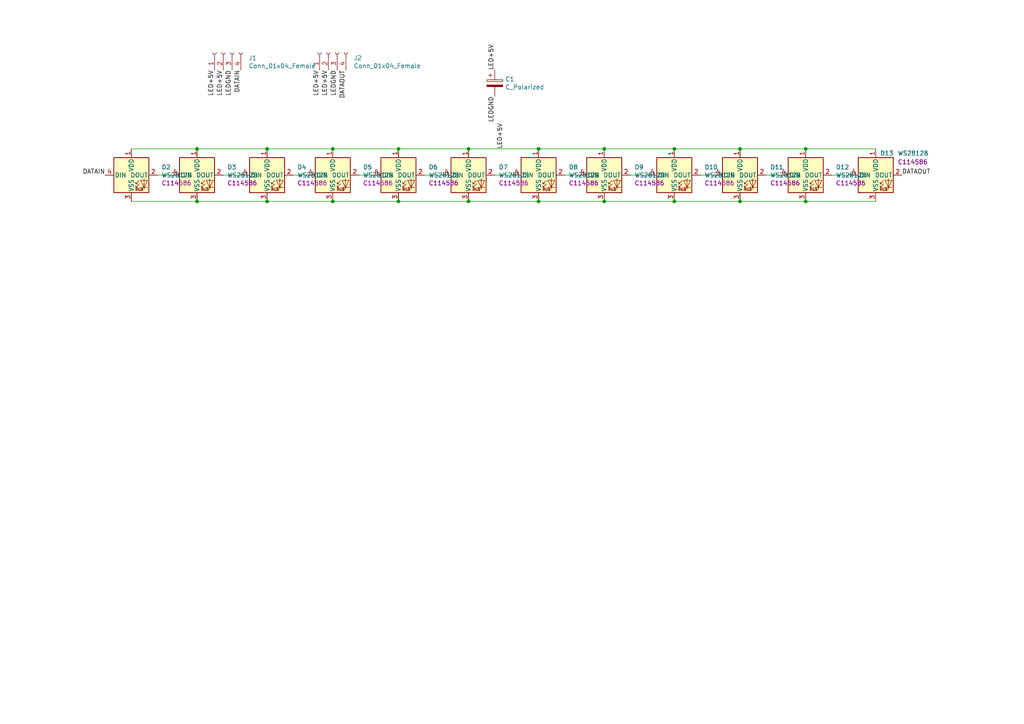
<source format=kicad_sch>
(kicad_sch (version 20211123) (generator eeschema)
  (paper "A4")
  (lib_symbols
    (symbol "Connector:Conn_01x04_Female" (pin_names (offset 1.016) hide)
      (property "Reference" "J" (at 0 5.08 0))
      (property "Value" "Conn_01x04_Female" (at 0 -7.62 0))
      (symbol "Conn_01x04_Female_1_1"
        (arc (start 0 -4.572) (mid -0.508 -5.08) (end 0 -5.588) (stroke (width 0.1524)))
        (arc (start 0 -2.032) (mid -0.508 -2.54) (end 0 -3.048) (stroke (width 0.1524)))
        (polyline (pts (xy -1.27 -5.08) (xy -0.508 -5.08)) (stroke (width 0.1524)))
        (polyline (pts (xy -1.27 -2.54) (xy -0.508 -2.54)) (stroke (width 0.1524)))
        (polyline (pts (xy -1.27 0) (xy -0.508 0)) (stroke (width 0.1524)))
        (polyline (pts (xy -1.27 2.54) (xy -0.508 2.54)) (stroke (width 0.1524)))
        (arc (start 0 0.508) (mid -0.508 0) (end 0 -0.508) (stroke (width 0.1524)))
        (arc (start 0 3.048) (mid -0.508 2.54) (end 0 2.032) (stroke (width 0.1524)))
        (pin passive line (at -5.08 2.54 0) (length 3.81) (name "Pin_1") (number "1"))
        (pin passive line (at -5.08 0 0) (length 3.81) (name "Pin_2") (number "2"))
        (pin passive line (at -5.08 -2.54 0) (length 3.81) (name "Pin_3") (number "3"))
        (pin passive line (at -5.08 -5.08 0) (length 3.81) (name "Pin_4") (number "4"))
      )
    )
    (symbol "ECS-PANEL-rescue:C_Polarized-Device-ECS-Panel-PCB-V2-rescue" (pin_numbers hide) (pin_names (offset 0.254))
      (property "Reference" "C" (at 0.635 2.54 0))
      (property "Value" "C_Polarized-Device-ECS-Panel-PCB-V2-rescue" (at 0.635 -2.54 0))
      (symbol "C_Polarized-Device-ECS-Panel-PCB-V2-rescue_0_1"
        (rectangle (start -2.286 0.508) (end 2.286 1.016))
        (polyline (pts (xy -1.778 2.286) (xy -0.762 2.286)))
        (polyline (pts (xy -1.27 2.794) (xy -1.27 1.778)))
        (rectangle (start 2.286 -0.508) (end -2.286 -1.016) (fill (type outline)))
      )
      (symbol "C_Polarized-Device-ECS-Panel-PCB-V2-rescue_1_1"
        (pin passive line (at 0 3.81 270) (length 2.794) (name "~") (number "1"))
        (pin passive line (at 0 -3.81 90) (length 2.794) (name "~") (number "2"))
      )
    )
    (symbol "LED:WS2812B" (pin_names (offset 0.254))
      (property "Reference" "D" (at 5.08 5.715 0))
      (property "Value" "WS2812B" (at 1.27 -5.715 0))
      (symbol "WS2812B_0_0"
        (text "RGB" (at 2.286 -4.191 0) (effects (font (size 0.762 0.762))))
      )
      (symbol "WS2812B_0_1"
        (polyline (pts (xy 1.27 -3.556) (xy 1.778 -3.556)))
        (polyline (pts (xy 1.27 -2.54) (xy 1.778 -2.54)))
        (polyline (pts (xy 4.699 -3.556) (xy 2.667 -3.556)))
        (polyline (pts (xy 2.286 -2.54) (xy 1.27 -3.556) (xy 1.27 -3.048)))
        (polyline (pts (xy 2.286 -1.524) (xy 1.27 -2.54) (xy 1.27 -2.032)))
        (polyline (pts (xy 3.683 -1.016) (xy 3.683 -3.556) (xy 3.683 -4.064)))
        (polyline (pts (xy 4.699 -1.524) (xy 2.667 -1.524) (xy 3.683 -3.556) (xy 4.699 -1.524)))
        (rectangle (start 5.08 5.08) (end -5.08 -5.08) (stroke (width 0.254)) (fill (type background)))
      )
      (symbol "WS2812B_1_1"
        (pin power_in line (at 0 7.62 270) (length 2.54) (name "VDD") (number "1"))
        (pin output line (at 7.62 0 180) (length 2.54) (name "DOUT") (number "2"))
        (pin power_in line (at 0 -7.62 90) (length 2.54) (name "VSS") (number "3"))
        (pin input line (at -7.62 0 0) (length 2.54) (name "DIN") (number "4"))
      )
    )
  )
  (junction (at 175.26 58.42))
  (junction (at 135.89 43.18))
  (junction (at 57.15 58.42))
  (junction (at 214.63 58.42))
  (junction (at 96.52 43.18))
  (junction (at 233.68 58.42))
  (junction (at 96.52 58.42))
  (junction (at 57.15 43.18))
  (junction (at 115.57 43.18))
  (junction (at 175.26 43.18))
  (junction (at 135.89 58.42))
  (junction (at 115.57 58.42))
  (junction (at 77.47 43.18))
  (junction (at 195.58 43.18))
  (junction (at 233.68 43.18))
  (junction (at 195.58 58.42))
  (junction (at 77.47 58.42))
  (junction (at 214.63 43.18))
  (junction (at 156.21 58.42))
  (junction (at 156.21 43.18))
  (wire (pts (xy 156.21 43.18) (xy 135.89 43.18)))
  (wire (pts (xy 57.15 58.42) (xy 77.47 58.42)))
  (wire (pts (xy 195.58 58.42) (xy 214.63 58.42)))
  (wire (pts (xy 77.47 43.18) (xy 57.15 43.18)))
  (wire (pts (xy 214.63 58.42) (xy 233.68 58.42)))
  (wire (pts (xy 45.72 50.8) (xy 49.53 50.8)))
  (wire (pts (xy 156.21 58.42) (xy 175.26 58.42)))
  (wire (pts (xy 203.2 50.8) (xy 207.01 50.8)))
  (wire (pts (xy 214.63 43.18) (xy 195.58 43.18)))
  (wire (pts (xy 195.58 43.18) (xy 175.26 43.18)))
  (wire (pts (xy 241.3 50.8) (xy 246.38 50.8)))
  (wire (pts (xy 135.89 43.18) (xy 115.57 43.18)))
  (wire (pts (xy 123.19 50.8) (xy 128.27 50.8)))
  (wire (pts (xy 85.09 50.8) (xy 88.9 50.8)))
  (wire (pts (xy 175.26 58.42) (xy 195.58 58.42)))
  (wire (pts (xy 115.57 43.18) (xy 96.52 43.18)))
  (wire (pts (xy 143.51 50.8) (xy 148.59 50.8)))
  (wire (pts (xy 233.68 58.42) (xy 254 58.42)))
  (wire (pts (xy 96.52 58.42) (xy 115.57 58.42)))
  (wire (pts (xy 38.1 58.42) (xy 57.15 58.42)))
  (wire (pts (xy 135.89 58.42) (xy 156.21 58.42)))
  (wire (pts (xy 163.83 50.8) (xy 167.64 50.8)))
  (wire (pts (xy 182.88 50.8) (xy 187.96 50.8)))
  (wire (pts (xy 115.57 58.42) (xy 135.89 58.42)))
  (wire (pts (xy 254 43.18) (xy 233.68 43.18)))
  (wire (pts (xy 233.68 43.18) (xy 214.63 43.18)))
  (wire (pts (xy 77.47 58.42) (xy 96.52 58.42)))
  (wire (pts (xy 57.15 43.18) (xy 38.1 43.18)))
  (wire (pts (xy 104.14 50.8) (xy 107.95 50.8)))
  (wire (pts (xy 96.52 43.18) (xy 77.47 43.18)))
  (wire (pts (xy 175.26 43.18) (xy 156.21 43.18)))
  (wire (pts (xy 222.25 50.8) (xy 226.06 50.8)))
  (wire (pts (xy 64.77 50.8) (xy 69.85 50.8)))
  (label "LED+5V" (at 62.23 20.32 270))
  (label "LEDGND" (at 67.31 20.32 270))
  (label "DATAOUT" (at 100.33 20.32 270))
  (label "LED+5V" (at 143.51 20.32 90))
  (label "DATAIN" (at 30.48 50.8 180))
  (label "LED+5V" (at 92.71 20.32 270))
  (label "DATAOUT" (at 261.62 50.8 0))
  (label "LEDGND" (at 143.51 27.94 270))
  (label "DATAIN" (at 69.85 20.32 270))
  (label "LED+5V" (at 146.05 43.18 90))
  (label "LED+5V" (at 95.25 20.32 270))
  (label "LEDGND" (at 97.79 20.32 270))
  (label "LED+5V" (at 64.77 20.32 270))
  (symbol (lib_id "ECS-PANEL-rescue:C_Polarized-Device-ECS-Panel-PCB-V2-rescue") (at 143.51 24.13 0) (unit 1)
    (property "Reference" "C1" (at 146.5072 22.9616 0) (effects (justify left)))
    (property "Value" "C_Polarized" (at 146.5072 25.273 0) (effects (justify left)))
    (property "Footprint" "Capacitor_SMD:CP_Elec_8x10" (effects hide))
  )
  (symbol (lib_id "LED:WS2812B") (at 38.1 50.8 0) (unit 1)
    (property "Reference" "D2" (at 46.8376 48.4886 0) (effects (justify left)))
    (property "Value" "WS2812B" (at 46.8376 50.8 0) (effects (justify left)))
    (property "Footprint" "LED_SMD:LED_WS2812B_PLCC4_5.0x5.0mm_P3.2mm" (effects hide))
    (property "Datasheet" "https://cdn-shop.adafruit.com/datasheets/WS2812B.pdf" (effects hide))
    (property "LCSC Part Number" "C114586" (at 46.8376 53.1114 0) (effects (justify left)))
  )
  (symbol (lib_id "Connector:Conn_01x04_Female") (at 64.77 15.24 90) (unit 1)
    (property "Reference" "J1" (at 72.0852 16.8148 90) (effects (justify right)))
    (property "Value" "Conn_01x04_Female" (at 72.0852 19.1262 90) (effects (justify right)))
    (property "Footprint" "Connector_Molex:Molex_Mini-Fit_Jr_5566-04A_2x02_P4.20mm_Vertical" (effects hide))
  )
  (symbol (lib_id "Connector:Conn_01x04_Female") (at 95.25 15.24 90) (unit 1)
    (property "Reference" "J2" (at 102.5652 16.8148 90) (effects (justify right)))
    (property "Value" "Conn_01x04_Female" (at 102.5652 19.1262 90) (effects (justify right)))
    (property "Footprint" "Connector_Molex:Molex_Mini-Fit_Jr_5566-04A_2x02_P4.20mm_Vertical" (effects hide))
  )
  (symbol (lib_id "LED:WS2812B") (at 57.15 50.8 0) (unit 1)
    (property "Reference" "D3" (at 65.8876 48.4886 0) (effects (justify left)))
    (property "Value" "WS2812B" (at 65.8876 50.8 0) (effects (justify left)))
    (property "Footprint" "LED_SMD:LED_WS2812B_PLCC4_5.0x5.0mm_P3.2mm" (effects hide))
    (property "Datasheet" "https://cdn-shop.adafruit.com/datasheets/WS2812B.pdf" (effects hide))
    (property "LCSC Part Number" "C114586" (at 65.8876 53.1114 0) (effects (justify left)))
  )
  (symbol (lib_id "LED:WS2812B") (at 77.47 50.8 0) (unit 1)
    (property "Reference" "D4" (at 86.2076 48.4886 0) (effects (justify left)))
    (property "Value" "WS2812B" (at 86.2076 50.8 0) (effects (justify left)))
    (property "Footprint" "LED_SMD:LED_WS2812B_PLCC4_5.0x5.0mm_P3.2mm" (effects hide))
    (property "Datasheet" "https://cdn-shop.adafruit.com/datasheets/WS2812B.pdf" (effects hide))
    (property "LCSC Part Number" "C114586" (at 86.2076 53.1114 0) (effects (justify left)))
  )
  (symbol (lib_id "LED:WS2812B") (at 96.52 50.8 0) (unit 1)
    (property "Reference" "D5" (at 105.2576 48.4886 0) (effects (justify left)))
    (property "Value" "WS2812B" (at 105.2576 50.8 0) (effects (justify left)))
    (property "Footprint" "LED_SMD:LED_WS2812B_PLCC4_5.0x5.0mm_P3.2mm" (effects hide))
    (property "Datasheet" "https://cdn-shop.adafruit.com/datasheets/WS2812B.pdf" (effects hide))
    (property "LCSC Part Number" "C114586" (at 105.2576 53.1114 0) (effects (justify left)))
  )
  (symbol (lib_id "LED:WS2812B") (at 115.57 50.8 0) (unit 1)
    (property "Reference" "D6" (at 124.3076 48.4886 0) (effects (justify left)))
    (property "Value" "WS2812B" (at 124.3076 50.8 0) (effects (justify left)))
    (property "Footprint" "LED_SMD:LED_WS2812B_PLCC4_5.0x5.0mm_P3.2mm" (effects hide))
    (property "Datasheet" "https://cdn-shop.adafruit.com/datasheets/WS2812B.pdf" (effects hide))
    (property "LCSC Part Number" "C114586" (at 124.3076 53.1114 0) (effects (justify left)))
  )
  (symbol (lib_id "LED:WS2812B") (at 135.89 50.8 0) (unit 1)
    (property "Reference" "D7" (at 144.6276 48.4886 0) (effects (justify left)))
    (property "Value" "WS2812B" (at 144.6276 50.8 0) (effects (justify left)))
    (property "Footprint" "LED_SMD:LED_WS2812B_PLCC4_5.0x5.0mm_P3.2mm" (effects hide))
    (property "Datasheet" "https://cdn-shop.adafruit.com/datasheets/WS2812B.pdf" (effects hide))
    (property "LCSC Part Number" "C114586" (at 144.6276 53.1114 0) (effects (justify left)))
  )
  (symbol (lib_id "LED:WS2812B") (at 156.21 50.8 0) (unit 1)
    (property "Reference" "D8" (at 164.9476 48.4886 0) (effects (justify left)))
    (property "Value" "WS2812B" (at 164.9476 50.8 0) (effects (justify left)))
    (property "Footprint" "LED_SMD:LED_WS2812B_PLCC4_5.0x5.0mm_P3.2mm" (effects hide))
    (property "Datasheet" "https://cdn-shop.adafruit.com/datasheets/WS2812B.pdf" (effects hide))
    (property "LCSC Part Number" "C114586" (at 164.9476 53.1114 0) (effects (justify left)))
  )
  (symbol (lib_id "LED:WS2812B") (at 175.26 50.8 0) (unit 1)
    (property "Reference" "D9" (at 183.9976 48.4886 0) (effects (justify left)))
    (property "Value" "WS2812B" (at 183.9976 50.8 0) (effects (justify left)))
    (property "Footprint" "LED_SMD:LED_WS2812B_PLCC4_5.0x5.0mm_P3.2mm" (effects hide))
    (property "Datasheet" "https://cdn-shop.adafruit.com/datasheets/WS2812B.pdf" (effects hide))
    (property "LCSC Part Number" "C114586" (at 183.9976 53.1114 0) (effects (justify left)))
  )
  (symbol (lib_id "LED:WS2812B") (at 195.58 50.8 0) (unit 1)
    (property "Reference" "D10" (at 204.3176 48.4886 0) (effects (justify left)))
    (property "Value" "WS2812B" (at 204.3176 50.8 0) (effects (justify left)))
    (property "Footprint" "LED_SMD:LED_WS2812B_PLCC4_5.0x5.0mm_P3.2mm" (effects hide))
    (property "Datasheet" "https://cdn-shop.adafruit.com/datasheets/WS2812B.pdf" (effects hide))
    (property "LCSC Part Number" "C114586" (at 204.3176 53.1114 0) (effects (justify left)))
  )
  (symbol (lib_id "LED:WS2812B") (at 214.63 50.8 0) (unit 1)
    (property "Reference" "D11" (at 223.3676 48.4886 0) (effects (justify left)))
    (property "Value" "WS2812B" (at 223.3676 50.8 0) (effects (justify left)))
    (property "Footprint" "LED_SMD:LED_WS2812B_PLCC4_5.0x5.0mm_P3.2mm" (effects hide))
    (property "Datasheet" "https://cdn-shop.adafruit.com/datasheets/WS2812B.pdf" (effects hide))
    (property "LCSC Part Number" "C114586" (at 223.3676 53.1114 0) (effects (justify left)))
  )
  (symbol (lib_id "LED:WS2812B") (at 233.68 50.8 0) (unit 1)
    (property "Reference" "D12" (at 242.4176 48.4886 0) (effects (justify left)))
    (property "Value" "WS2812B" (at 242.4176 50.8 0) (effects (justify left)))
    (property "Footprint" "LED_SMD:LED_WS2812B_PLCC4_5.0x5.0mm_P3.2mm" (effects hide))
    (property "Datasheet" "https://cdn-shop.adafruit.com/datasheets/WS2812B.pdf" (effects hide))
    (property "LCSC Part Number" "C114586" (at 242.4176 53.1114 0) (effects (justify left)))
  )
  (symbol (lib_id "LED:WS2812B") (at 254 50.8 0) (unit 1)
    (property "Reference" "D13" (at 255.27 44.45 0) (effects (justify left)))
    (property "Value" "WS2812B" (at 260.35 44.45 0) (effects (justify left)))
    (property "Footprint" "LED_SMD:LED_WS2812B_PLCC4_5.0x5.0mm_P3.2mm" (effects hide))
    (property "Datasheet" "https://cdn-shop.adafruit.com/datasheets/WS2812B.pdf" (effects hide))
    (property "LCSC Part Number" "C114586" (at 260.35 46.99 0) (effects (justify left)))
  )
)
</source>
